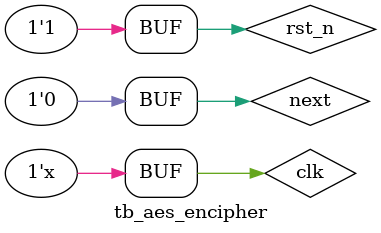
<source format=sv>
`timescale 1ns / 1ns
module tb_aes_encipher ();
reg clk;
reg rst_n;
reg next;
reg key_ready_r;
reg key_ready_rise;
initial begin
    clk    = 1'b0;
    rst_n <= 1'b0;
    next  <= 0;
    #30
    rst_n <= 1'b1;
    #50
    next <= 1'b1;
    #10
    next <= 1'b0;
end
always #5 clk=~clk;

wire                   [   3:0]         round                      ;
wire                   [ 127:0]         cipher                     ;

wire                   [ 127:0]         round_key                  ;
wire                                    key_ready                  ;
wire                   [   3:0]         round_num                  ;
wire                                    cipher_ready               ;
wire                   [   3:0]         de_round                   ;
wire                   [ 127:0]         plain                      ;

wire [3:0] temp_round = (cipher_ready) ? de_round : round;
always @(posedge clk) begin
    if (~rst_n) begin
        key_ready_r <= 0;
        key_ready_rise <= 0;
    end
    else begin
        key_ready_r <= key_ready;
        key_ready_rise <= key_ready & ~key_ready_r;
    end
end

aes_key_expasion u_aes_key_expasion(
	//ports
    .clk                               (clk                       ),
    .rst                               (~rst_n                    ),
    .key_in                            ({128'h01020304050607080910111213141516,128'd0}),
    .keylen                            (0                         ),
    .init                              (next                      ),
    .round                             (temp_round                     ),
    .round_key                         (round_key                 ),
    .key_ready                         (key_ready                 ),
    .round_num                         (round_num                 ) 
);

aes_encipher u_aes_encipher(
	//ports
    .clk                               (clk                       ),
    .rst                               (~rst_n                    ),
    .next                              (key_ready_rise            ),
    .round_num                         (round_num                 ),
    .key_ready                         (key_ready                 ),
    .round_key                         (round_key                 ),
    .round                             (round                     ),
    .plain                             (128'h01020304050607080910111213141516),
    .cipher                            (cipher                    ),
    .cipher_ready                      (cipher_ready              ) 
);


aes_decipher u_aes_decipher(
	//ports
    .clk                               (clk                       ),
    .rst                               (~rst_n                    ),
    .round_num                         (round_num                 ),
    .cipher_ready                      (cipher_ready              ),
    .round_key                         (round_key                 ),
    .de_round                          (de_round                  ),
    .cipher                            (cipher                    ),
    .plain                             (plain                     ) 
);

endmodule //tb_aes_encipher
</source>
